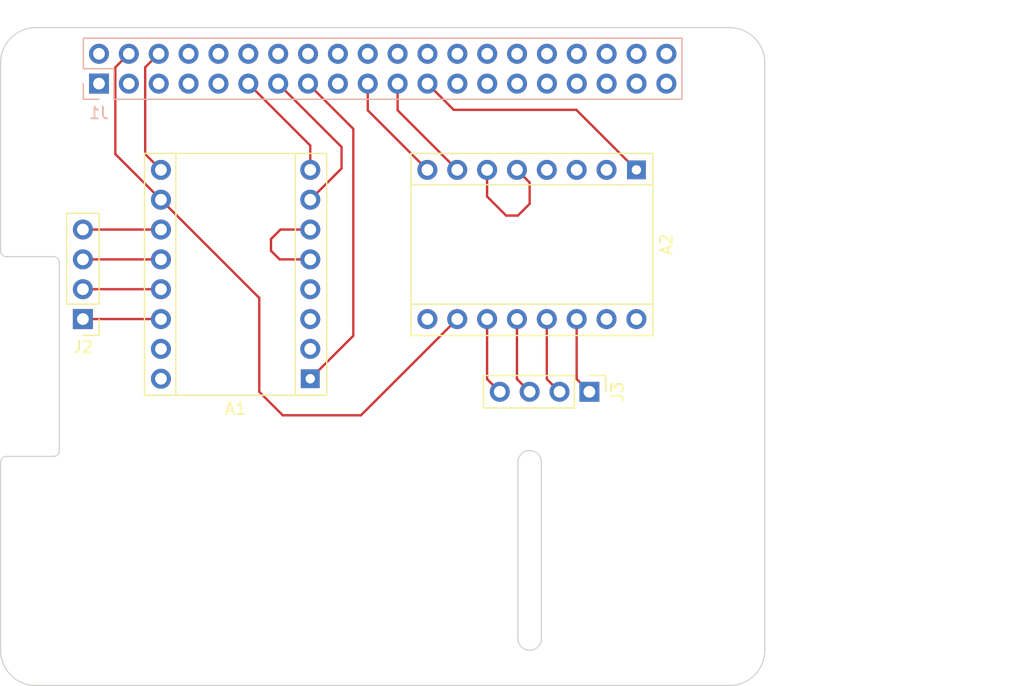
<source format=kicad_pcb>
(kicad_pcb (version 20241229) (generator "pcbnew") (generator_version "9.0")
  (title_block (date "15 nov 2012"))
  (layers (0 "F.Cu" signal) (2 "B.Cu" signal) (13 "F.Paste" user) (15 "B.Paste" user) (5 "F.SilkS" user "F.Silkscreen") (7 "B.SilkS" user "B.Silkscreen") (1 "F.Mask" user) (3 "B.Mask" user) (25 "Edge.Cuts" user))
  (net 0 "")
  (net 1 "VDD_01")
  (net 2 "/GPIO2{slash}SDA1")
  (net 3 "/GPIO3{slash}SCL1")
  (net 4 "/GPIO4{slash}GPCLK0")
  (net 5 "/GPIO14{slash}TXD0")
  (net 6 "/GPIO15{slash}RXD0")
  (net 7 "/GPIO18{slash}PCM.CLK")
  (net 8 "/GPIO23")
  (net 9 "/GPIO24")
  (net 10 "MS_01")
  (net 11 "GND_01")
  (net 12 "1B_01")
  (net 13 "/ID_SDA")
  (net 14 "/ID_SCL")
  (net 15 "/GPIO5")
  (net 16 "/GPIO6")
  (net 17 "/GPIO12{slash}PWM0")
  (net 18 "/GPIO13{slash}PWM1")
  (net 19 "/GPIO19{slash}PCM.FS")
  (net 20 "/GPIO16")
  (net 21 "/GPIO26")
  (net 22 "/GPIO20{slash}PCM.DIN")
  (net 23 "/GPIO21{slash}PCM.DOUT")
  (net 24 "EN_01")
  (net 25 "+3V3")
  (net 26 "2A_01")
  (net 27 "1A_01")
  (net 28 "GND_MOT_01")
  (net 29 "DIR_01")
  (net 30 "2B_01")
  (net 31 "STEP_01")
  (net 32 "VMOT_01")
  (net 33 "2A_02")
  (net 34 "GND_MOT_02")
  (net 35 "MS_02")
  (net 36 "2B_02")
  (net 37 "Net-(A2-~{RESET})")
  (net 38 "DIR_02")
  (net 39 "1A_02")
  (net 40 "STEP_02")
  (net 41 "EN_02")
  (net 42 "1B_02")
  (net 43 "VMOT_02")
  (net 44 "/GPIO8{slash}SPI0.CE0")
  (net 45 "/GPIO7{slash}SPI0.CE1")
  (net 46 "/GPIO25")
  (net 47 "Net-(A1-~{RESET})")
  (footprint "MountingHole:MountingHole_2.7mm_M2.5" (layer "F.Cu") (at 161.5 47.5)
    (property "Reference" "MH2" (hide yes))
    (property "Value" "MountingHole_2.7mm_M2.5" (hide yes))
    (pad "" np_thru_hole circle (at 0 0) (size 2.7 2.7) (drill 2.7) (layers "*.Cu" "*.Mask"))
  )
  (footprint "Connector_PinHeader_2.54mm:PinHeader_1x04_P2.54mm_Vertical" (layer "F.Cu") (at 107 68.81 180)
    (property "Reference" "J2" (at 0 -2.38 0) (layer "F.SilkS"))
    (property "Value" "Conn_01x04")
    (fp_line (start 1.38 1.27) (end 1.38 9) (stroke (width 0.12)) (layer "F.SilkS"))
    (fp_line (start -1.38 9) (end 1.38 9) (stroke (width 0.12)) (layer "F.SilkS"))
    (fp_line (start -1.38 1.27) (end 1.38 1.27) (stroke (width 0.12)) (layer "F.SilkS"))
    (fp_line (start -1.38 1.27) (end -1.38 9) (stroke (width 0.12)) (layer "F.SilkS"))
    (fp_line (start -1.38 0) (end -1.38 -1.38) (stroke (width 0.12)) (layer "F.SilkS"))
    (fp_line (start -1.38 -1.38) (end 0 -1.38) (stroke (width 0.12)) (layer "F.SilkS"))
    (pad "1" thru_hole rect (at 0 0 180) (size 1.7 1.7) (drill 1) (layers "*.Cu" "*.Mask") (net 30 "2B_01"))
    (pad "2" thru_hole circle (at 0 2.54 180) (size 1.7 1.7) (drill 1) (layers "*.Cu" "*.Mask") (net 26 "2A_01"))
    (pad "3" thru_hole circle (at 0 5.08 180) (size 1.7 1.7) (drill 1) (layers "*.Cu" "*.Mask") (net 27 "1A_01"))
    (pad "4" thru_hole circle (at 0 7.62 180) (size 1.7 1.7) (drill 1) (layers "*.Cu" "*.Mask") (net 12 "1B_01"))
  )
  (footprint "Custom_Footprints_FH:A4988_Motor_Driver-16_15.2x20.3mm" (layer "F.Cu") (at 154.08 56.11 -90)
    (property "Reference" "A2" (at 6.35 -2.54 90) (layer "F.SilkS"))
    (property "Value" "A4988_Motor_Driver")
    (fp_line (start -1.4 19.18) (end 14.1 19.18) (stroke (width 0.12)) (layer "F.SilkS"))
    (fp_line (start 14.1 19.18) (end 14.1 -1.4) (stroke (width 0.12)) (layer "F.SilkS"))
    (fp_line (start -1.4 1.27) (end -1.4 19.18) (stroke (width 0.12)) (layer "F.SilkS"))
    (fp_line (start 1.27 1.27) (end 1.27 19.18) (stroke (width 0.12)) (layer "F.SilkS"))
    (fp_line (start -1.4 -1.4) (end -1.4 1.27) (stroke (width 0.12)) (layer "F.SilkS"))
    (fp_line (start 1.27 -1.4) (end 1.27 1.27) (stroke (width 0.12)) (layer "F.SilkS"))
    (fp_line (start 1.27 -1.4) (end -1.4 -1.4) (stroke (width 0.12)) (layer "F.SilkS"))
    (fp_line (start 11.43 -1.4) (end 11.43 19.18) (stroke (width 0.12)) (layer "F.SilkS"))
    (fp_line (start 14.1 -1.4) (end 1.27 -1.4) (stroke (width 0.12)) (layer "F.SilkS"))
    (pad "1" thru_hole rect (at 0 0 270) (size 1.6 1.6) (drill 0.8) (layers "*.Cu" "*.Mask") (net 41 "EN_02"))
    (pad "2" thru_hole circle (at 0 2.54 270) (size 1.7 1.7) (drill 1) (layers "*.Cu" "*.Mask") (net 35 "MS_02"))
    (pad "3" thru_hole circle (at 0 5.08 270) (size 1.7 1.7) (drill 1) (layers "*.Cu" "*.Mask") (net 35 "MS_02"))
    (pad "4" thru_hole circle (at 0 7.62 270) (size 1.7 1.7) (drill 1) (layers "*.Cu" "*.Mask") (net 35 "MS_02"))
    (pad "5" thru_hole circle (at 0 10.16 270) (size 1.7 1.7) (drill 1) (layers "*.Cu" "*.Mask") (net 37 "Net-(A2-~{RESET})"))
    (pad "6" thru_hole circle (at 0 12.7 270) (size 1.7 1.7) (drill 1) (layers "*.Cu" "*.Mask") (net 37 "Net-(A2-~{RESET})"))
    (pad "7" thru_hole circle (at 0 15.24 270) (size 1.7 1.7) (drill 1) (layers "*.Cu" "*.Mask") (net 40 "STEP_02"))
    (pad "8" thru_hole circle (at 0 17.78 270) (size 1.7 1.7) (drill 1) (layers "*.Cu" "*.Mask") (net 38 "DIR_02"))
    (pad "9" thru_hole circle (at 12.7 17.78 270) (size 1.7 1.7) (drill 1) (layers "*.Cu" "*.Mask") (net 11 "GND_01"))
    (pad "10" thru_hole circle (at 12.7 15.24 270) (size 1.7 1.7) (drill 1) (layers "*.Cu" "*.Mask") (net 1 "VDD_01"))
    (pad "11" thru_hole circle (at 12.7 12.7 270) (size 1.7 1.7) (drill 1) (layers "*.Cu" "*.Mask") (net 42 "1B_02"))
    (pad "12" thru_hole circle (at 12.7 10.16 270) (size 1.7 1.7) (drill 1) (layers "*.Cu" "*.Mask") (net 39 "1A_02"))
    (pad "13" thru_hole circle (at 12.7 7.62 270) (size 1.7 1.7) (drill 1) (layers "*.Cu" "*.Mask") (net 33 "2A_02"))
    (pad "14" thru_hole circle (at 12.7 5.08 270) (size 1.7 1.7) (drill 1) (layers "*.Cu" "*.Mask") (net 36 "2B_02"))
    (pad "15" thru_hole circle (at 12.7 2.54 270) (size 1.7 1.7) (drill 1) (layers "*.Cu" "*.Mask") (net 34 "GND_MOT_02"))
    (pad "16" thru_hole circle (at 12.7 0 270) (size 1.7 1.7) (drill 1) (layers "*.Cu" "*.Mask") (net 43 "VMOT_02"))
  )
  (footprint "MountingHole:MountingHole_2.7mm_M2.5" (layer "F.Cu") (at 103.5 96.5)
    (property "Reference" "MH3" (hide yes))
    (property "Value" "MountingHole_2.7mm_M2.5" (hide yes))
    (pad "" np_thru_hole circle (at 0 0) (size 2.7 2.7) (drill 2.7) (layers "*.Cu" "*.Mask"))
  )
  (footprint "MountingHole:MountingHole_2.7mm_M2.5" (layer "F.Cu") (at 103.5 47.5)
    (property "Reference" "MH1" (hide yes))
    (property "Value" "MountingHole_2.7mm_M2.5" (hide yes))
    (pad "" np_thru_hole circle (at 0 0) (size 2.7 2.7) (drill 2.7) (layers "*.Cu" "*.Mask"))
  )
  (footprint "MountingHole:MountingHole_2.7mm_M2.5" (layer "F.Cu") (at 161.5 96.5)
    (property "Reference" "MH4" (hide yes))
    (property "Value" "MountingHole_2.7mm_M2.5" (hide yes))
    (pad "" np_thru_hole circle (at 0 0) (size 2.7 2.7) (drill 2.7) (layers "*.Cu" "*.Mask"))
  )
  (footprint "Connector_PinHeader_2.54mm:PinHeader_1x04_P2.54mm_Vertical" (layer "F.Cu") (at 150.08 75 -90)
    (property "Reference" "J3" (at 0 -2.38 90) (layer "F.SilkS"))
    (property "Value" "Conn_01x04")
    (fp_line (start -1.38 9) (end 1.38 9) (stroke (width 0.12)) (layer "F.SilkS"))
    (fp_line (start -1.38 1.27) (end -1.38 9) (stroke (width 0.12)) (layer "F.SilkS"))
    (fp_line (start -1.38 1.27) (end 1.38 1.27) (stroke (width 0.12)) (layer "F.SilkS"))
    (fp_line (start 1.38 1.27) (end 1.38 9) (stroke (width 0.12)) (layer "F.SilkS"))
    (fp_line (start -1.38 0) (end -1.38 -1.38) (stroke (width 0.12)) (layer "F.SilkS"))
    (fp_line (start -1.38 -1.38) (end 0 -1.38) (stroke (width 0.12)) (layer "F.SilkS"))
    (pad "1" thru_hole rect (at 0 0 270) (size 1.7 1.7) (drill 1) (layers "*.Cu" "*.Mask") (net 36 "2B_02"))
    (pad "2" thru_hole circle (at 0 2.54 270) (size 1.7 1.7) (drill 1) (layers "*.Cu" "*.Mask") (net 33 "2A_02"))
    (pad "3" thru_hole circle (at 0 5.08 270) (size 1.7 1.7) (drill 1) (layers "*.Cu" "*.Mask") (net 39 "1A_02"))
    (pad "4" thru_hole circle (at 0 7.62 270) (size 1.7 1.7) (drill 1) (layers "*.Cu" "*.Mask") (net 42 "1B_02"))
  )
  (footprint "Custom_Footprints_FH:A4988_Motor_Driver-16_15.2x20.3mm" (layer "F.Cu") (at 126.34 73.89 180)
    (property "Reference" "A1" (at 6.35 -2.54 0) (layer "F.SilkS"))
    (property "Value" "A4988_Motor_Driver")
    (fp_line (start 14.1 19.18) (end 14.1 -1.4) (stroke (width 0.12)) (layer "F.SilkS"))
    (fp_line (start 14.1 -1.4) (end 1.27 -1.4) (stroke (width 0.12)) (layer "F.SilkS"))
    (fp_line (start 11.43 -1.4) (end 11.43 19.18) (stroke (width 0.12)) (layer "F.SilkS"))
    (fp_line (start 1.27 1.27) (end 1.27 19.18) (stroke (width 0.12)) (layer "F.SilkS"))
    (fp_line (start 1.27 -1.4) (end 1.27 1.27) (stroke (width 0.12)) (layer "F.SilkS"))
    (fp_line (start 1.27 -1.4) (end -1.4 -1.4) (stroke (width 0.12)) (layer "F.SilkS"))
    (fp_line (start -1.4 19.18) (end 14.1 19.18) (stroke (width 0.12)) (layer "F.SilkS"))
    (fp_line (start -1.4 1.27) (end -1.4 19.18) (stroke (width 0.12)) (layer "F.SilkS"))
    (fp_line (start -1.4 -1.4) (end -1.4 1.27) (stroke (width 0.12)) (layer "F.SilkS"))
    (pad "1" thru_hole rect (at 0 0 180) (size 1.6 1.6) (drill 0.8) (layers "*.Cu" "*.Mask") (net 24 "EN_01"))
    (pad "2" thru_hole circle (at 0 2.54 180) (size 1.7 1.7) (drill 1) (layers "*.Cu" "*.Mask") (net 10 "MS_01"))
    (pad "3" thru_hole circle (at 0 5.08 180) (size 1.7 1.7) (drill 1) (layers "*.Cu" "*.Mask") (net 10 "MS_01"))
    (pad "4" thru_hole circle (at 0 7.62 180) (size 1.7 1.7) (drill 1) (layers "*.Cu" "*.Mask") (net 10 "MS_01"))
    (pad "5" thru_hole circle (at 0 10.16 180) (size 1.7 1.7) (drill 1) (layers "*.Cu" "*.Mask") (net 47 "Net-(A1-~{RESET})"))
    (pad "6" thru_hole circle (at 0 12.7 180) (size 1.7 1.7) (drill 1) (layers "*.Cu" "*.Mask") (net 47 "Net-(A1-~{RESET})"))
    (pad "7" thru_hole circle (at 0 15.24 180) (size 1.7 1.7) (drill 1) (layers "*.Cu" "*.Mask") (net 31 "STEP_01"))
    (pad "8" thru_hole circle (at 0 17.78 180) (size 1.7 1.7) (drill 1) (layers "*.Cu" "*.Mask") (net 29 "DIR_01"))
    (pad "9" thru_hole circle (at 12.7 17.78 180) (size 1.7 1.7) (drill 1) (layers "*.Cu" "*.Mask") (net 11 "GND_01"))
    (pad "10" thru_hole circle (at 12.7 15.24 180) (size 1.7 1.7) (drill 1) (layers "*.Cu" "*.Mask") (net 1 "VDD_01"))
    (pad "11" thru_hole circle (at 12.7 12.7 180) (size 1.7 1.7) (drill 1) (layers "*.Cu" "*.Mask") (net 12 "1B_01"))
    (pad "12" thru_hole circle (at 12.7 10.16 180) (size 1.7 1.7) (drill 1) (layers "*.Cu" "*.Mask") (net 27 "1A_01"))
    (pad "13" thru_hole circle (at 12.7 7.62 180) (size 1.7 1.7) (drill 1) (layers "*.Cu" "*.Mask") (net 26 "2A_01"))
    (pad "14" thru_hole circle (at 12.7 5.08 180) (size 1.7 1.7) (drill 1) (layers "*.Cu" "*.Mask") (net 30 "2B_01"))
    (pad "15" thru_hole circle (at 12.7 2.54 180) (size 1.7 1.7) (drill 1) (layers "*.Cu" "*.Mask") (net 28 "GND_MOT_01"))
    (pad "16" thru_hole circle (at 12.7 0 180) (size 1.7 1.7) (drill 1) (layers "*.Cu" "*.Mask") (net 32 "VMOT_01"))
  )
  (footprint "Connector_PinSocket_2.54mm:PinSocket_2x20_P2.54mm_Vertical" (layer "B.Cu") (at 108.37 48.77 -90)
    (property "Reference" "J1" (at 2.5 0 0) (layer "B.SilkS") (effects (justify mirror)))
    (property "Value" "GPIO")
    (fp_line (start -3.87 1.33) (end -1.27 1.33) (stroke (width 0.12)) (layer "B.SilkS"))
    (fp_line (start -3.87 1.33) (end -3.87 -49.59) (stroke (width 0.12)) (layer "B.SilkS"))
    (fp_line (start -1.27 1.33) (end -1.27 -1.27) (stroke (width 0.12)) (layer "B.SilkS"))
    (fp_line (start 0 1.33) (end 1.33 1.33) (stroke (width 0.12)) (layer "B.SilkS"))
    (fp_line (start 1.33 1.33) (end 1.33 0) (stroke (width 0.12)) (layer "B.SilkS"))
    (fp_line (start -1.27 -1.27) (end 1.33 -1.27) (stroke (width 0.12)) (layer "B.SilkS"))
    (fp_line (start 1.33 -1.27) (end 1.33 -49.59) (stroke (width 0.12)) (layer "B.SilkS"))
    (fp_line (start -3.87 -49.59) (end 1.33 -49.59) (stroke (width 0.12)) (layer "B.SilkS"))
    (pad "1" thru_hole rect (at 0 0 270) (size 1.7 1.7) (drill 1) (layers "*.Cu" "*.Mask") (net 25 "+3V3"))
    (pad "2" thru_hole circle (at -2.54 0 270) (size 1.7 1.7) (drill 1) (layers "*.Cu" "*.Mask") (net 1 "VDD_01"))
    (pad "3" thru_hole circle (at 0 -2.54 270) (size 1.7 1.7) (drill 1) (layers "*.Cu" "*.Mask") (net 2 "/GPIO2{slash}SDA1"))
    (pad "4" thru_hole circle (at -2.54 -2.54 270) (size 1.7 1.7) (drill 1) (layers "*.Cu" "*.Mask") (net 1 "VDD_01"))
    (pad "5" thru_hole circle (at 0 -5.08 270) (size 1.7 1.7) (drill 1) (layers "*.Cu" "*.Mask") (net 3 "/GPIO3{slash}SCL1"))
    (pad "6" thru_hole circle (at -2.54 -5.08 270) (size 1.7 1.7) (drill 1) (layers "*.Cu" "*.Mask") (net 11 "GND_01"))
    (pad "7" thru_hole circle (at 0 -7.62 270) (size 1.7 1.7) (drill 1) (layers "*.Cu" "*.Mask") (net 4 "/GPIO4{slash}GPCLK0"))
    (pad "8" thru_hole circle (at -2.54 -7.62 270) (size 1.7 1.7) (drill 1) (layers "*.Cu" "*.Mask") (net 5 "/GPIO14{slash}TXD0"))
    (pad "9" thru_hole circle (at 0 -10.16 270) (size 1.7 1.7) (drill 1) (layers "*.Cu" "*.Mask") (net 11 "GND_01"))
    (pad "10" thru_hole circle (at -2.54 -10.16 270) (size 1.7 1.7) (drill 1) (layers "*.Cu" "*.Mask") (net 6 "/GPIO15{slash}RXD0"))
    (pad "11" thru_hole circle (at 0 -12.7 270) (size 1.7 1.7) (drill 1) (layers "*.Cu" "*.Mask") (net 29 "DIR_01"))
    (pad "12" thru_hole circle (at -2.54 -12.7 270) (size 1.7 1.7) (drill 1) (layers "*.Cu" "*.Mask") (net 7 "/GPIO18{slash}PCM.CLK"))
    (pad "13" thru_hole circle (at 0 -15.24 270) (size 1.7 1.7) (drill 1) (layers "*.Cu" "*.Mask") (net 31 "STEP_01"))
    (pad "14" thru_hole circle (at -2.54 -15.24 270) (size 1.7 1.7) (drill 1) (layers "*.Cu" "*.Mask") (net 11 "GND_01"))
    (pad "15" thru_hole circle (at 0 -17.78 270) (size 1.7 1.7) (drill 1) (layers "*.Cu" "*.Mask") (net 24 "EN_01"))
    (pad "16" thru_hole circle (at -2.54 -17.78 270) (size 1.7 1.7) (drill 1) (layers "*.Cu" "*.Mask") (net 8 "/GPIO23"))
    (pad "17" thru_hole circle (at 0 -20.32 270) (size 1.7 1.7) (drill 1) (layers "*.Cu" "*.Mask") (net 25 "+3V3"))
    (pad "18" thru_hole circle (at -2.54 -20.32 270) (size 1.7 1.7) (drill 1) (layers "*.Cu" "*.Mask") (net 9 "/GPIO24"))
    (pad "19" thru_hole circle (at 0 -22.86 270) (size 1.7 1.7) (drill 1) (layers "*.Cu" "*.Mask") (net 38 "DIR_02"))
    (pad "20" thru_hole circle (at -2.54 -22.86 270) (size 1.7 1.7) (drill 1) (layers "*.Cu" "*.Mask") (net 11 "GND_01"))
    (pad "21" thru_hole circle (at 0 -25.4 270) (size 1.7 1.7) (drill 1) (layers "*.Cu" "*.Mask") (net 40 "STEP_02"))
    (pad "22" thru_hole circle (at -2.54 -25.4 270) (size 1.7 1.7) (drill 1) (layers "*.Cu" "*.Mask") (net 46 "/GPIO25"))
    (pad "23" thru_hole circle (at 0 -27.94 270) (size 1.7 1.7) (drill 1) (layers "*.Cu" "*.Mask") (net 41 "EN_02"))
    (pad "24" thru_hole circle (at -2.54 -27.94 270) (size 1.7 1.7) (drill 1) (layers "*.Cu" "*.Mask") (net 44 "/GPIO8{slash}SPI0.CE0"))
    (pad "25" thru_hole circle (at 0 -30.48 270) (size 1.7 1.7) (drill 1) (layers "*.Cu" "*.Mask") (net 11 "GND_01"))
    (pad "26" thru_hole circle (at -2.54 -30.48 270) (size 1.7 1.7) (drill 1) (layers "*.Cu" "*.Mask") (net 45 "/GPIO7{slash}SPI0.CE1"))
    (pad "27" thru_hole circle (at 0 -33.02 270) (size 1.7 1.7) (drill 1) (layers "*.Cu" "*.Mask") (net 13 "/ID_SDA"))
    (pad "28" thru_hole circle (at -2.54 -33.02 270) (size 1.7 1.7) (drill 1) (layers "*.Cu" "*.Mask") (net 14 "/ID_SCL"))
    (pad "29" thru_hole circle (at 0 -35.56 270) (size 1.7 1.7) (drill 1) (layers "*.Cu" "*.Mask") (net 15 "/GPIO5"))
    (pad "30" thru_hole circle (at -2.54 -35.56 270) (size 1.7 1.7) (drill 1) (layers "*.Cu" "*.Mask") (net 11 "GND_01"))
    (pad "31" thru_hole circle (at 0 -38.1 270) (size 1.7 1.7) (drill 1) (layers "*.Cu" "*.Mask") (net 16 "/GPIO6"))
    (pad "32" thru_hole circle (at -2.54 -38.1 270) (size 1.7 1.7) (drill 1) (layers "*.Cu" "*.Mask") (net 17 "/GPIO12{slash}PWM0"))
    (pad "33" thru_hole circle (at 0 -40.64 270) (size 1.7 1.7) (drill 1) (layers "*.Cu" "*.Mask") (net 18 "/GPIO13{slash}PWM1"))
    (pad "34" thru_hole circle (at -2.54 -40.64 270) (size 1.7 1.7) (drill 1) (layers "*.Cu" "*.Mask") (net 11 "GND_01"))
    (pad "35" thru_hole circle (at 0 -43.18 270) (size 1.7 1.7) (drill 1) (layers "*.Cu" "*.Mask") (net 19 "/GPIO19{slash}PCM.FS"))
    (pad "36" thru_hole circle (at -2.54 -43.18 270) (size 1.7 1.7) (drill 1) (layers "*.Cu" "*.Mask") (net 20 "/GPIO16"))
    (pad "37" thru_hole circle (at 0 -45.72 270) (size 1.7 1.7) (drill 1) (layers "*.Cu" "*.Mask") (net 21 "/GPIO26"))
    (pad "38" thru_hole circle (at -2.54 -45.72 270) (size 1.7 1.7) (drill 1) (layers "*.Cu" "*.Mask") (net 22 "/GPIO20{slash}PCM.DIN"))
    (pad "39" thru_hole circle (at 0 -48.26 270) (size 1.7 1.7) (drill 1) (layers "*.Cu" "*.Mask") (net 11 "GND_01"))
    (pad "40" thru_hole circle (at -2.54 -48.26 270) (size 1.7 1.7) (drill 1) (layers "*.Cu" "*.Mask") (net 23 "/GPIO21{slash}PCM.DOUT"))
  )
  (gr_arc (start 100.5 63.5) (mid 100.146447 63.353553) (end 100 63) (stroke (width 0.1)) (layer "Edge.Cuts"))
  (gr_arc (start 162 44) (mid 164.12132 44.87868) (end 165 47) (stroke (width 0.1)) (layer "Edge.Cuts"))
  (gr_line (start 165 97) (end 165 47) (stroke (width 0.1)) (layer "Edge.Cuts"))
  (gr_line (start 100 47) (end 100 63) (stroke (width 0.1)) (layer "Edge.Cuts"))
  (gr_line (start 146 81) (end 146 96) (stroke (width 0.1)) (layer "Edge.Cuts"))
  (gr_line (start 144 96) (end 144 81) (stroke (width 0.1)) (layer "Edge.Cuts"))
  (gr_arc (start 103 100) (mid 100.87868 99.12132) (end 100 97) (stroke (width 0.1)) (layer "Edge.Cuts"))
  (gr_line (start 103 100) (end 162 100) (stroke (width 0.1)) (layer "Edge.Cuts"))
  (gr_line (start 104.5 80.5) (end 100.5 80.5) (stroke (width 0.1)) (layer "Edge.Cuts"))
  (gr_arc (start 144 81) (mid 145 80) (end 146 81) (stroke (width 0.1)) (layer "Edge.Cuts"))
  (gr_arc (start 100 81) (mid 100.146138 80.646755) (end 100.499127 80.500001) (stroke (width 0.1)) (layer "Edge.Cuts"))
  (gr_arc (start 165 97) (mid 164.12132 99.12132) (end 162 100) (stroke (width 0.1)) (layer "Edge.Cuts"))
  (gr_line (start 105 64) (end 105 80) (stroke (width 0.1)) (layer "Edge.Cuts"))
  (gr_arc (start 100 47) (mid 100.87868 44.87868) (end 103 44) (stroke (width 0.1)) (layer "Edge.Cuts"))
  (gr_arc (start 146 96) (mid 145 97) (end 144 96) (stroke (width 0.1)) (layer "Edge.Cuts"))
  (gr_line (start 100 81) (end 100 97) (stroke (width 0.1)) (layer "Edge.Cuts"))
  (gr_line (start 100.5 63.5) (end 104.5 63.5) (stroke (width 0.1)) (layer "Edge.Cuts"))
  (gr_arc (start 105 80) (mid 104.853553 80.353553) (end 104.5 80.5) (stroke (width 0.1)) (layer "Edge.Cuts"))
  (gr_arc (start 104.5 63.5) (mid 104.853553 63.646447) (end 105 64) (stroke (width 0.1)) (layer "Edge.Cuts"))
  (gr_line (start 162 44) (end 103 44) (stroke (width 0.1)) (layer "Edge.Cuts"))
  (segment (start 109.759 47.381) (end 110.91 46.23) (width 0.2) (layer "F.Cu") (net 1))
  (segment (start 130.65 77) (end 124 77) (width 0.2) (layer "F.Cu") (net 1))
  (segment (start 109.759 54.769) (end 109.759 47.381) (width 0.2) (layer "F.Cu") (net 1))
  (segment (start 113.64 58.65) (end 109.759 54.769) (width 0.2) (layer "F.Cu") (net 1))
  (segment (start 122 67) (end 121.99 67) (width 0.2) (layer "F.Cu") (net 1))
  (segment (start 138.84 68.81) (end 130.65 77) (width 0.2) (layer "F.Cu") (net 1))
  (segment (start 121.99 67) (end 113.64 58.65) (width 0.2) (layer "F.Cu") (net 1))
  (segment (start 124 77) (end 122 75) (width 0.2) (layer "F.Cu") (net 1))
  (segment (start 122 75) (end 122 67) (width 0.2) (layer "F.Cu") (net 1))
  (segment (start 112.299 47.381) (end 113.45 46.23) (width 0.2) (layer "F.Cu") (net 11))
  (segment (start 112.299 54.769) (end 112.299 47.381) (width 0.2) (layer "F.Cu") (net 11))
  (segment (start 113.64 56.11) (end 112.299 54.769) (width 0.2) (layer "F.Cu") (net 11))
  (segment (start 113.64 61.19) (end 107 61.19) (width 0.2) (layer "F.Cu") (net 12))
  (segment (start 130 70.23) (end 130 52.62) (width 0.2) (layer "F.Cu") (net 24))
  (segment (start 126.34 73.89) (end 130 70.23) (width 0.2) (layer "F.Cu") (net 24))
  (segment (start 130 52.62) (end 126.15 48.77) (width 0.2) (layer "F.Cu") (net 24))
  (segment (start 113.64 66.27) (end 107 66.27) (width 0.2) (layer "F.Cu") (net 26))
  (segment (start 113.64 63.73) (end 107 63.73) (width 0.2) (layer "F.Cu") (net 27))
  (segment (start 126.34 54.04) (end 126.34 56.11) (width 0.2) (layer "F.Cu") (net 29))
  (segment (start 121.07 48.77) (end 126.34 54.04) (width 0.2) (layer "F.Cu") (net 29))
  (segment (start 113.64 68.81) (end 107 68.81) (width 0.2) (layer "F.Cu") (net 30))
  (segment (start 129 55.99) (end 129 54.16) (width 0.2) (layer "F.Cu") (net 31))
  (segment (start 129 54.16) (end 128.84 54) (width 0.2) (layer "F.Cu") (net 31))
  (segment (start 128.84 54) (end 123.61 48.77) (width 0.2) (layer "F.Cu") (net 31))
  (segment (start 126.34 58.65) (end 129 55.99) (width 0.2) (layer "F.Cu") (net 31))
  (segment (start 147.54 75) (end 146.46 73.92) (width 0.2) (layer "F.Cu") (net 33))
  (segment (start 146.46 73.92) (end 146.46 68.81) (width 0.2) (layer "F.Cu") (net 33))
  (segment (start 150.08 75) (end 149 73.92) (width 0.2) (layer "F.Cu") (net 36))
  (segment (start 149 73.92) (end 149 68.81) (width 0.2) (layer "F.Cu") (net 36))
  (segment (start 141.38 56.11) (end 141.38 58.38) (width 0.2) (layer "F.Cu") (net 37))
  (segment (start 143 60) (end 144 60) (width 0.2) (layer "F.Cu") (net 37))
  (segment (start 145 59) (end 145 57.19) (width 0.2) (layer "F.Cu") (net 37))
  (segment (start 145 57.19) (end 143.92 56.11) (width 0.2) (layer "F.Cu") (net 37))
  (segment (start 144 60) (end 145 59) (width 0.2) (layer "F.Cu") (net 37))
  (segment (start 141.38 58.38) (end 143 60) (width 0.2) (layer "F.Cu") (net 37))
  (segment (start 131.23 51.04) (end 131.23 48.77) (width 0.2) (layer "F.Cu") (net 38))
  (segment (start 136.3 56.11) (end 131.23 51.04) (width 0.2) (layer "F.Cu") (net 38))
  (segment (start 145 75) (end 143.92 73.92) (width 0.2) (layer "F.Cu") (net 39))
  (segment (start 143.92 73.92) (end 143.92 68.81) (width 0.2) (layer "F.Cu") (net 39))
  (segment (start 133.77 51.04) (end 133.77 48.77) (width 0.2) (layer "F.Cu") (net 40))
  (segment (start 138.84 56.11) (end 133.77 51.04) (width 0.2) (layer "F.Cu") (net 40))
  (segment (start 148.97 51) (end 138.54 51) (width 0.2) (layer "F.Cu") (net 41))
  (segment (start 138.54 51) (end 136.31 48.77) (width 0.2) (layer "F.Cu") (net 41))
  (segment (start 136.31 48.19) (end 136.31 48.77) (width 0.2) (layer "F.Cu") (net 41))
  (segment (start 154.08 56.11) (end 148.97 51) (width 0.2) (layer "F.Cu") (net 41))
  (segment (start 141.38 73.92) (end 141.38 68.81) (width 0.2) (layer "F.Cu") (net 42))
  (segment (start 142.46 75) (end 141.38 73.92) (width 0.2) (layer "F.Cu") (net 42))
  (segment (start 123 62) (end 123 63) (width 0.2) (layer "F.Cu") (net 47))
  (segment (start 123 63) (end 123.73 63.73) (width 0.2) (layer "F.Cu") (net 47))
  (segment (start 125.66 61.19) (end 123.81 61.19) (width 0.2) (layer "F.Cu") (net 47))
  (segment (start 123.73 63.73) (end 125.66 63.73) (width 0.2) (layer "F.Cu") (net 47))
  (segment (start 123.81 61.19) (end 123 62) (width 0.2) (layer "F.Cu") (net 47))
)
</source>
